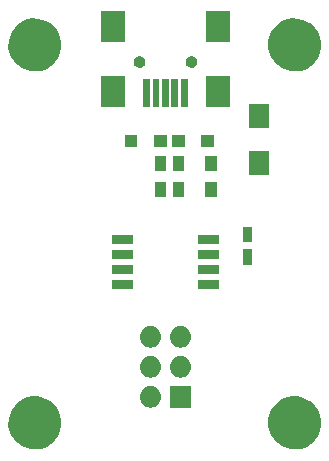
<source format=gts>
G04 #@! TF.FileFunction,Soldermask,Top*
%FSLAX46Y46*%
G04 Gerber Fmt 4.6, Leading zero omitted, Abs format (unit mm)*
G04 Created by KiCad (PCBNEW 4.0.6) date Sunday, July 09, 2017 'PMt' 08:53:28 PM*
%MOMM*%
%LPD*%
G01*
G04 APERTURE LIST*
%ADD10C,0.100000*%
G04 APERTURE END LIST*
D10*
G36*
X79990276Y-71721491D02*
X80420593Y-71809822D01*
X80825552Y-71980051D01*
X81189739Y-72225697D01*
X81499277Y-72537405D01*
X81742375Y-72903295D01*
X81909773Y-73309434D01*
X81995030Y-73740013D01*
X81995030Y-73740023D01*
X81995096Y-73740357D01*
X81988089Y-74242105D01*
X81988013Y-74242439D01*
X81988013Y-74242451D01*
X81890770Y-74670474D01*
X81712094Y-75071784D01*
X81458876Y-75430744D01*
X81140752Y-75733689D01*
X80769854Y-75969067D01*
X80360295Y-76127926D01*
X79927685Y-76204206D01*
X79488494Y-76195007D01*
X79059448Y-76100675D01*
X78656906Y-75924809D01*
X78296186Y-75674102D01*
X77991030Y-75358103D01*
X77753067Y-74988857D01*
X77591354Y-74580418D01*
X77512053Y-74148342D01*
X77518188Y-73709100D01*
X77609519Y-73279416D01*
X77782574Y-72875649D01*
X78030756Y-72513188D01*
X78344617Y-72205833D01*
X78712195Y-71965297D01*
X79119495Y-71800737D01*
X79550997Y-71718423D01*
X79990276Y-71721491D01*
X79990276Y-71721491D01*
G37*
G36*
X101990276Y-71721491D02*
X102420593Y-71809822D01*
X102825552Y-71980051D01*
X103189739Y-72225697D01*
X103499277Y-72537405D01*
X103742375Y-72903295D01*
X103909773Y-73309434D01*
X103995030Y-73740013D01*
X103995030Y-73740023D01*
X103995096Y-73740357D01*
X103988089Y-74242105D01*
X103988013Y-74242439D01*
X103988013Y-74242451D01*
X103890770Y-74670474D01*
X103712094Y-75071784D01*
X103458876Y-75430744D01*
X103140752Y-75733689D01*
X102769854Y-75969067D01*
X102360295Y-76127926D01*
X101927685Y-76204206D01*
X101488494Y-76195007D01*
X101059448Y-76100675D01*
X100656906Y-75924809D01*
X100296186Y-75674102D01*
X99991030Y-75358103D01*
X99753067Y-74988857D01*
X99591354Y-74580418D01*
X99512053Y-74148342D01*
X99518188Y-73709100D01*
X99609519Y-73279416D01*
X99782574Y-72875649D01*
X100030756Y-72513188D01*
X100344617Y-72205833D01*
X100712195Y-71965297D01*
X101119495Y-71800737D01*
X101550997Y-71718423D01*
X101990276Y-71721491D01*
X101990276Y-71721491D01*
G37*
G36*
X92978600Y-72658600D02*
X91171400Y-72658600D01*
X91171400Y-70851400D01*
X92978600Y-70851400D01*
X92978600Y-72658600D01*
X92978600Y-72658600D01*
G37*
G36*
X89546729Y-70851451D02*
X89551988Y-70851488D01*
X89727241Y-70871146D01*
X89895338Y-70924469D01*
X90049876Y-71009427D01*
X90184970Y-71122784D01*
X90295472Y-71260222D01*
X90377175Y-71416505D01*
X90426967Y-71585682D01*
X90426970Y-71585716D01*
X90426974Y-71585729D01*
X90442953Y-71761306D01*
X90424524Y-71936645D01*
X90424520Y-71936659D01*
X90424516Y-71936694D01*
X90372368Y-72105159D01*
X90288490Y-72260287D01*
X90176079Y-72396168D01*
X90039417Y-72507628D01*
X89883707Y-72590420D01*
X89714882Y-72641391D01*
X89539372Y-72658600D01*
X89530592Y-72658600D01*
X89523271Y-72658549D01*
X89518012Y-72658512D01*
X89342759Y-72638854D01*
X89174662Y-72585531D01*
X89020124Y-72500573D01*
X88885030Y-72387216D01*
X88774528Y-72249778D01*
X88692825Y-72093495D01*
X88643033Y-71924318D01*
X88643030Y-71924284D01*
X88643026Y-71924271D01*
X88627047Y-71748694D01*
X88645476Y-71573355D01*
X88645480Y-71573341D01*
X88645484Y-71573306D01*
X88697632Y-71404841D01*
X88781510Y-71249713D01*
X88893921Y-71113832D01*
X89030583Y-71002372D01*
X89186293Y-70919580D01*
X89355118Y-70868609D01*
X89530628Y-70851400D01*
X89539408Y-70851400D01*
X89546729Y-70851451D01*
X89546729Y-70851451D01*
G37*
G36*
X92086729Y-68311451D02*
X92091988Y-68311488D01*
X92267241Y-68331146D01*
X92435338Y-68384469D01*
X92589876Y-68469427D01*
X92724970Y-68582784D01*
X92835472Y-68720222D01*
X92917175Y-68876505D01*
X92966967Y-69045682D01*
X92966970Y-69045716D01*
X92966974Y-69045729D01*
X92982953Y-69221306D01*
X92964524Y-69396645D01*
X92964520Y-69396659D01*
X92964516Y-69396694D01*
X92912368Y-69565159D01*
X92828490Y-69720287D01*
X92716079Y-69856168D01*
X92579417Y-69967628D01*
X92423707Y-70050420D01*
X92254882Y-70101391D01*
X92079372Y-70118600D01*
X92070592Y-70118600D01*
X92063271Y-70118549D01*
X92058012Y-70118512D01*
X91882759Y-70098854D01*
X91714662Y-70045531D01*
X91560124Y-69960573D01*
X91425030Y-69847216D01*
X91314528Y-69709778D01*
X91232825Y-69553495D01*
X91183033Y-69384318D01*
X91183030Y-69384284D01*
X91183026Y-69384271D01*
X91167047Y-69208694D01*
X91185476Y-69033355D01*
X91185480Y-69033341D01*
X91185484Y-69033306D01*
X91237632Y-68864841D01*
X91321510Y-68709713D01*
X91433921Y-68573832D01*
X91570583Y-68462372D01*
X91726293Y-68379580D01*
X91895118Y-68328609D01*
X92070628Y-68311400D01*
X92079408Y-68311400D01*
X92086729Y-68311451D01*
X92086729Y-68311451D01*
G37*
G36*
X89546729Y-68311451D02*
X89551988Y-68311488D01*
X89727241Y-68331146D01*
X89895338Y-68384469D01*
X90049876Y-68469427D01*
X90184970Y-68582784D01*
X90295472Y-68720222D01*
X90377175Y-68876505D01*
X90426967Y-69045682D01*
X90426970Y-69045716D01*
X90426974Y-69045729D01*
X90442953Y-69221306D01*
X90424524Y-69396645D01*
X90424520Y-69396659D01*
X90424516Y-69396694D01*
X90372368Y-69565159D01*
X90288490Y-69720287D01*
X90176079Y-69856168D01*
X90039417Y-69967628D01*
X89883707Y-70050420D01*
X89714882Y-70101391D01*
X89539372Y-70118600D01*
X89530592Y-70118600D01*
X89523271Y-70118549D01*
X89518012Y-70118512D01*
X89342759Y-70098854D01*
X89174662Y-70045531D01*
X89020124Y-69960573D01*
X88885030Y-69847216D01*
X88774528Y-69709778D01*
X88692825Y-69553495D01*
X88643033Y-69384318D01*
X88643030Y-69384284D01*
X88643026Y-69384271D01*
X88627047Y-69208694D01*
X88645476Y-69033355D01*
X88645480Y-69033341D01*
X88645484Y-69033306D01*
X88697632Y-68864841D01*
X88781510Y-68709713D01*
X88893921Y-68573832D01*
X89030583Y-68462372D01*
X89186293Y-68379580D01*
X89355118Y-68328609D01*
X89530628Y-68311400D01*
X89539408Y-68311400D01*
X89546729Y-68311451D01*
X89546729Y-68311451D01*
G37*
G36*
X92086729Y-65771451D02*
X92091988Y-65771488D01*
X92267241Y-65791146D01*
X92435338Y-65844469D01*
X92589876Y-65929427D01*
X92724970Y-66042784D01*
X92835472Y-66180222D01*
X92917175Y-66336505D01*
X92966967Y-66505682D01*
X92966970Y-66505716D01*
X92966974Y-66505729D01*
X92982953Y-66681306D01*
X92964524Y-66856645D01*
X92964520Y-66856659D01*
X92964516Y-66856694D01*
X92912368Y-67025159D01*
X92828490Y-67180287D01*
X92716079Y-67316168D01*
X92579417Y-67427628D01*
X92423707Y-67510420D01*
X92254882Y-67561391D01*
X92079372Y-67578600D01*
X92070592Y-67578600D01*
X92063271Y-67578549D01*
X92058012Y-67578512D01*
X91882759Y-67558854D01*
X91714662Y-67505531D01*
X91560124Y-67420573D01*
X91425030Y-67307216D01*
X91314528Y-67169778D01*
X91232825Y-67013495D01*
X91183033Y-66844318D01*
X91183030Y-66844284D01*
X91183026Y-66844271D01*
X91167047Y-66668694D01*
X91185476Y-66493355D01*
X91185480Y-66493341D01*
X91185484Y-66493306D01*
X91237632Y-66324841D01*
X91321510Y-66169713D01*
X91433921Y-66033832D01*
X91570583Y-65922372D01*
X91726293Y-65839580D01*
X91895118Y-65788609D01*
X92070628Y-65771400D01*
X92079408Y-65771400D01*
X92086729Y-65771451D01*
X92086729Y-65771451D01*
G37*
G36*
X89546729Y-65771451D02*
X89551988Y-65771488D01*
X89727241Y-65791146D01*
X89895338Y-65844469D01*
X90049876Y-65929427D01*
X90184970Y-66042784D01*
X90295472Y-66180222D01*
X90377175Y-66336505D01*
X90426967Y-66505682D01*
X90426970Y-66505716D01*
X90426974Y-66505729D01*
X90442953Y-66681306D01*
X90424524Y-66856645D01*
X90424520Y-66856659D01*
X90424516Y-66856694D01*
X90372368Y-67025159D01*
X90288490Y-67180287D01*
X90176079Y-67316168D01*
X90039417Y-67427628D01*
X89883707Y-67510420D01*
X89714882Y-67561391D01*
X89539372Y-67578600D01*
X89530592Y-67578600D01*
X89523271Y-67578549D01*
X89518012Y-67578512D01*
X89342759Y-67558854D01*
X89174662Y-67505531D01*
X89020124Y-67420573D01*
X88885030Y-67307216D01*
X88774528Y-67169778D01*
X88692825Y-67013495D01*
X88643033Y-66844318D01*
X88643030Y-66844284D01*
X88643026Y-66844271D01*
X88627047Y-66668694D01*
X88645476Y-66493355D01*
X88645480Y-66493341D01*
X88645484Y-66493306D01*
X88697632Y-66324841D01*
X88781510Y-66169713D01*
X88893921Y-66033832D01*
X89030583Y-65922372D01*
X89186293Y-65839580D01*
X89355118Y-65788609D01*
X89530628Y-65771400D01*
X89539408Y-65771400D01*
X89546729Y-65771451D01*
X89546729Y-65771451D01*
G37*
G36*
X95345000Y-62595000D02*
X93565000Y-62595000D01*
X93565000Y-61865000D01*
X95345000Y-61865000D01*
X95345000Y-62595000D01*
X95345000Y-62595000D01*
G37*
G36*
X88045000Y-62595000D02*
X86265000Y-62595000D01*
X86265000Y-61865000D01*
X88045000Y-61865000D01*
X88045000Y-62595000D01*
X88045000Y-62595000D01*
G37*
G36*
X88045000Y-61325000D02*
X86265000Y-61325000D01*
X86265000Y-60595000D01*
X88045000Y-60595000D01*
X88045000Y-61325000D01*
X88045000Y-61325000D01*
G37*
G36*
X95345000Y-61325000D02*
X93565000Y-61325000D01*
X93565000Y-60595000D01*
X95345000Y-60595000D01*
X95345000Y-61325000D01*
X95345000Y-61325000D01*
G37*
G36*
X98170000Y-60550000D02*
X97340000Y-60550000D01*
X97340000Y-59270000D01*
X98170000Y-59270000D01*
X98170000Y-60550000D01*
X98170000Y-60550000D01*
G37*
G36*
X95345000Y-60055000D02*
X93565000Y-60055000D01*
X93565000Y-59325000D01*
X95345000Y-59325000D01*
X95345000Y-60055000D01*
X95345000Y-60055000D01*
G37*
G36*
X88045000Y-60055000D02*
X86265000Y-60055000D01*
X86265000Y-59325000D01*
X88045000Y-59325000D01*
X88045000Y-60055000D01*
X88045000Y-60055000D01*
G37*
G36*
X88045000Y-58785000D02*
X86265000Y-58785000D01*
X86265000Y-58055000D01*
X88045000Y-58055000D01*
X88045000Y-58785000D01*
X88045000Y-58785000D01*
G37*
G36*
X95345000Y-58785000D02*
X93565000Y-58785000D01*
X93565000Y-58055000D01*
X95345000Y-58055000D01*
X95345000Y-58785000D01*
X95345000Y-58785000D01*
G37*
G36*
X98170000Y-58650000D02*
X97340000Y-58650000D01*
X97340000Y-57370000D01*
X98170000Y-57370000D01*
X98170000Y-58650000D01*
X98170000Y-58650000D01*
G37*
G36*
X92385000Y-54840000D02*
X91405000Y-54840000D01*
X91405000Y-53560000D01*
X92385000Y-53560000D01*
X92385000Y-54840000D01*
X92385000Y-54840000D01*
G37*
G36*
X95135000Y-54840000D02*
X94155000Y-54840000D01*
X94155000Y-53560000D01*
X95135000Y-53560000D01*
X95135000Y-54840000D01*
X95135000Y-54840000D01*
G37*
G36*
X90885000Y-54840000D02*
X89905000Y-54840000D01*
X89905000Y-53560000D01*
X90885000Y-53560000D01*
X90885000Y-54840000D01*
X90885000Y-54840000D01*
G37*
G36*
X99595000Y-53000000D02*
X97915000Y-53000000D01*
X97915000Y-50920000D01*
X99595000Y-50920000D01*
X99595000Y-53000000D01*
X99595000Y-53000000D01*
G37*
G36*
X95135000Y-52640000D02*
X94155000Y-52640000D01*
X94155000Y-51360000D01*
X95135000Y-51360000D01*
X95135000Y-52640000D01*
X95135000Y-52640000D01*
G37*
G36*
X92385000Y-52640000D02*
X91405000Y-52640000D01*
X91405000Y-51360000D01*
X92385000Y-51360000D01*
X92385000Y-52640000D01*
X92385000Y-52640000D01*
G37*
G36*
X90885000Y-52640000D02*
X89905000Y-52640000D01*
X89905000Y-51360000D01*
X90885000Y-51360000D01*
X90885000Y-52640000D01*
X90885000Y-52640000D01*
G37*
G36*
X94935000Y-50640000D02*
X93855000Y-50640000D01*
X93855000Y-49560000D01*
X94935000Y-49560000D01*
X94935000Y-50640000D01*
X94935000Y-50640000D01*
G37*
G36*
X92435000Y-50640000D02*
X91355000Y-50640000D01*
X91355000Y-49560000D01*
X92435000Y-49560000D01*
X92435000Y-50640000D01*
X92435000Y-50640000D01*
G37*
G36*
X90935000Y-50640000D02*
X89855000Y-50640000D01*
X89855000Y-49560000D01*
X90935000Y-49560000D01*
X90935000Y-50640000D01*
X90935000Y-50640000D01*
G37*
G36*
X88435000Y-50640000D02*
X87355000Y-50640000D01*
X87355000Y-49560000D01*
X88435000Y-49560000D01*
X88435000Y-50640000D01*
X88435000Y-50640000D01*
G37*
G36*
X99595000Y-49000000D02*
X97915000Y-49000000D01*
X97915000Y-46920000D01*
X99595000Y-46920000D01*
X99595000Y-49000000D01*
X99595000Y-49000000D01*
G37*
G36*
X87394410Y-47184940D02*
X85315430Y-47184940D01*
X85315430Y-44605580D01*
X87394410Y-44605580D01*
X87394410Y-47184940D01*
X87394410Y-47184940D01*
G37*
G36*
X89494990Y-47184940D02*
X88914610Y-47184940D01*
X88914610Y-44803700D01*
X89494990Y-44803700D01*
X89494990Y-47184940D01*
X89494990Y-47184940D01*
G37*
G36*
X90295090Y-47184940D02*
X89714710Y-47184940D01*
X89714710Y-44803700D01*
X90295090Y-44803700D01*
X90295090Y-47184940D01*
X90295090Y-47184940D01*
G37*
G36*
X91095190Y-47184940D02*
X90514810Y-47184940D01*
X90514810Y-44803700D01*
X91095190Y-44803700D01*
X91095190Y-47184940D01*
X91095190Y-47184940D01*
G37*
G36*
X91895290Y-47184940D02*
X91314910Y-47184940D01*
X91314910Y-44803700D01*
X91895290Y-44803700D01*
X91895290Y-47184940D01*
X91895290Y-47184940D01*
G37*
G36*
X92695390Y-47184940D02*
X92115010Y-47184940D01*
X92115010Y-44803700D01*
X92695390Y-44803700D01*
X92695390Y-47184940D01*
X92695390Y-47184940D01*
G37*
G36*
X96294570Y-47184940D02*
X94215590Y-47184940D01*
X94215590Y-44605580D01*
X96294570Y-44605580D01*
X96294570Y-47184940D01*
X96294570Y-47184940D01*
G37*
G36*
X101990276Y-39721491D02*
X102420593Y-39809822D01*
X102825552Y-39980051D01*
X103189739Y-40225697D01*
X103499277Y-40537405D01*
X103742375Y-40903295D01*
X103909773Y-41309434D01*
X103995030Y-41740013D01*
X103995030Y-41740023D01*
X103995096Y-41740357D01*
X103988089Y-42242105D01*
X103988013Y-42242439D01*
X103988013Y-42242451D01*
X103890770Y-42670474D01*
X103712094Y-43071784D01*
X103458876Y-43430744D01*
X103140752Y-43733689D01*
X102769854Y-43969067D01*
X102360295Y-44127926D01*
X101927685Y-44204206D01*
X101488494Y-44195007D01*
X101059448Y-44100675D01*
X100656906Y-43924809D01*
X100296186Y-43674102D01*
X99991030Y-43358103D01*
X99753067Y-42988857D01*
X99591354Y-42580418D01*
X99512053Y-42148342D01*
X99518188Y-41709100D01*
X99609519Y-41279416D01*
X99782574Y-40875649D01*
X100030756Y-40513188D01*
X100344617Y-40205833D01*
X100712195Y-39965297D01*
X101119495Y-39800737D01*
X101550997Y-39718423D01*
X101990276Y-39721491D01*
X101990276Y-39721491D01*
G37*
G36*
X79990276Y-39721491D02*
X80420593Y-39809822D01*
X80825552Y-39980051D01*
X81189739Y-40225697D01*
X81499277Y-40537405D01*
X81742375Y-40903295D01*
X81909773Y-41309434D01*
X81995030Y-41740013D01*
X81995030Y-41740023D01*
X81995096Y-41740357D01*
X81988089Y-42242105D01*
X81988013Y-42242439D01*
X81988013Y-42242451D01*
X81890770Y-42670474D01*
X81712094Y-43071784D01*
X81458876Y-43430744D01*
X81140752Y-43733689D01*
X80769854Y-43969067D01*
X80360295Y-44127926D01*
X79927685Y-44204206D01*
X79488494Y-44195007D01*
X79059448Y-44100675D01*
X78656906Y-43924809D01*
X78296186Y-43674102D01*
X77991030Y-43358103D01*
X77753067Y-42988857D01*
X77591354Y-42580418D01*
X77512053Y-42148342D01*
X77518188Y-41709100D01*
X77609519Y-41279416D01*
X77782574Y-40875649D01*
X78030756Y-40513188D01*
X78344617Y-40205833D01*
X78712195Y-39965297D01*
X79119495Y-39800737D01*
X79550997Y-39718423D01*
X79990276Y-39721491D01*
X79990276Y-39721491D01*
G37*
G36*
X93056062Y-42906644D02*
X93150117Y-42925951D01*
X93238620Y-42963154D01*
X93318224Y-43016847D01*
X93385876Y-43084973D01*
X93439006Y-43164942D01*
X93475594Y-43253709D01*
X93494175Y-43347550D01*
X93494175Y-43347560D01*
X93494241Y-43347894D01*
X93492710Y-43457558D01*
X93492634Y-43457892D01*
X93492634Y-43457903D01*
X93471441Y-43551183D01*
X93432388Y-43638897D01*
X93377048Y-43717348D01*
X93307514Y-43783563D01*
X93226449Y-43835009D01*
X93136935Y-43869730D01*
X93042384Y-43886401D01*
X92946393Y-43884391D01*
X92852618Y-43863772D01*
X92764639Y-43825336D01*
X92685794Y-43770537D01*
X92619099Y-43701473D01*
X92567091Y-43620772D01*
X92531747Y-43531502D01*
X92514414Y-43437062D01*
X92515755Y-43341062D01*
X92535716Y-43247151D01*
X92573540Y-43158899D01*
X92627783Y-43079681D01*
X92696383Y-43012502D01*
X92776721Y-42959930D01*
X92865742Y-42923964D01*
X92960050Y-42905973D01*
X93056062Y-42906644D01*
X93056062Y-42906644D01*
G37*
G36*
X88656782Y-42906644D02*
X88750837Y-42925951D01*
X88839340Y-42963154D01*
X88918944Y-43016847D01*
X88986596Y-43084973D01*
X89039726Y-43164942D01*
X89076314Y-43253709D01*
X89094895Y-43347550D01*
X89094895Y-43347560D01*
X89094961Y-43347894D01*
X89093430Y-43457558D01*
X89093354Y-43457892D01*
X89093354Y-43457903D01*
X89072161Y-43551183D01*
X89033108Y-43638897D01*
X88977768Y-43717348D01*
X88908234Y-43783563D01*
X88827169Y-43835009D01*
X88737655Y-43869730D01*
X88643104Y-43886401D01*
X88547113Y-43884391D01*
X88453338Y-43863772D01*
X88365359Y-43825336D01*
X88286514Y-43770537D01*
X88219819Y-43701473D01*
X88167811Y-43620772D01*
X88132467Y-43531502D01*
X88115134Y-43437062D01*
X88116475Y-43341062D01*
X88136436Y-43247151D01*
X88174260Y-43158899D01*
X88228503Y-43079681D01*
X88297103Y-43012502D01*
X88377441Y-42959930D01*
X88466462Y-42923964D01*
X88560770Y-42905973D01*
X88656782Y-42906644D01*
X88656782Y-42906644D01*
G37*
G36*
X87394410Y-41685840D02*
X85315430Y-41685840D01*
X85315430Y-39106480D01*
X87394410Y-39106480D01*
X87394410Y-41685840D01*
X87394410Y-41685840D01*
G37*
G36*
X96294570Y-41685840D02*
X94215590Y-41685840D01*
X94215590Y-39106480D01*
X96294570Y-39106480D01*
X96294570Y-41685840D01*
X96294570Y-41685840D01*
G37*
M02*

</source>
